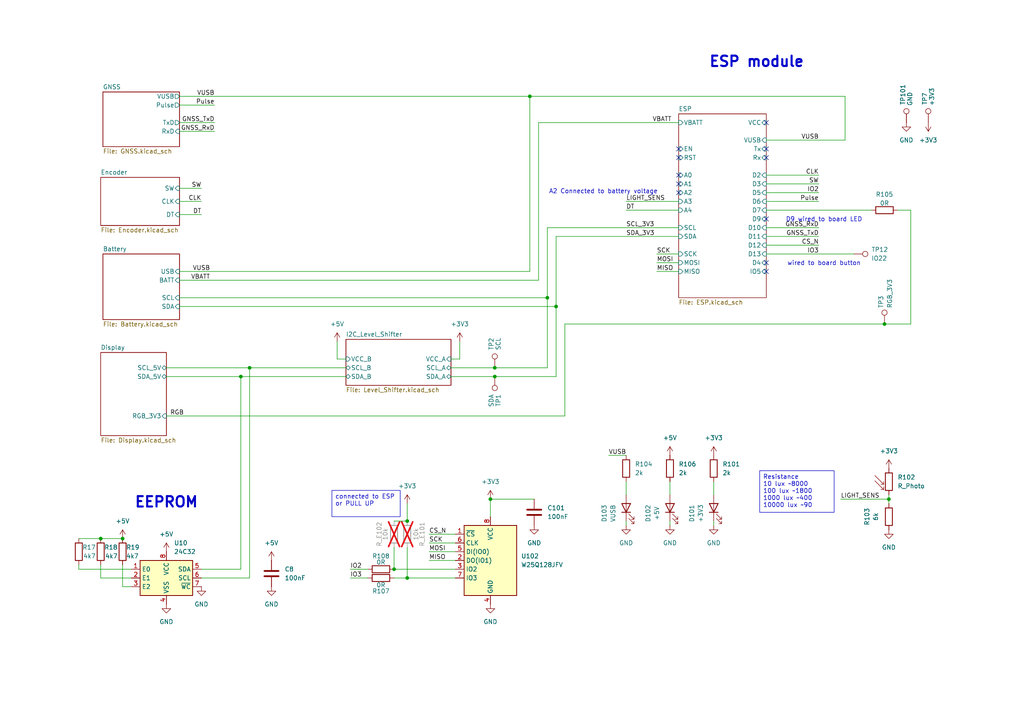
<source format=kicad_sch>
(kicad_sch (version 20231120) (generator "eeschema") (generator_version "8.0")
  (paper "A4")
  (title_block (title "GNSS_Geret") (rev "1"))
  (lib_symbols
    (symbol "Connector:TestPoint" (pin_numbers hide) (pin_names (offset 0.762) hide)
      (property "Reference" "TP" (at 0 6.858 0))
      (property "Value" "TestPoint" (at 0 5.08 0))
      (symbol "TestPoint_0_1"
        (circle (center 0 3.302) (radius 0.762))
      )
      (symbol "TestPoint_1_1"
        (pin passive line (at 0 0 90) (length 2.54) (name "1") (number "1"))
      )
    )
    (symbol "DFR0654:DFR0654" (pin_names (offset 1.016))
      (property "Reference" "U" (at -12.7 26.162 0))
      (property "Value" "DFR0654" (at -12.7 -30.48 0))
      (symbol "DFR0654_0_0"
        (rectangle (start -12.7 -27.94) (end 12.7 25.4) (stroke (width 0.254)) (fill (type background)))
        (pin input line (at -17.78 12.7 0) (length 5.08) (name "RESET") (number "1"))
        (pin bidirectional line (at -17.78 -10.16 0) (length 5.08) (name "SDA") (number "10"))
        (pin bidirectional line (at 17.78 -5.08 180) (length 5.08) (name "D9") (number "11"))
        (pin bidirectional line (at 17.78 -2.54 180) (length 5.08) (name "D7") (number "12"))
        (pin bidirectional line (at 17.78 0 180) (length 5.08) (name "D6") (number "13"))
        (pin bidirectional line (at 17.78 2.54 180) (length 5.08) (name "D5") (number "14"))
        (pin bidirectional line (at 17.78 5.08 180) (length 5.08) (name "D3") (number "15"))
        (pin bidirectional line (at 17.78 7.62 180) (length 5.08) (name "D2") (number "16"))
        (pin output line (at 17.78 15.24 180) (length 5.08) (name "TX") (number "17"))
        (pin input line (at 17.78 12.7 180) (length 5.08) (name "RX") (number "18"))
        (pin bidirectional line (at 17.78 -7.62 180) (length 5.08) (name "D10") (number "19"))
        (pin power_in line (at 17.78 20.32 180) (length 5.08) (name "3.3V") (number "2"))
        (pin bidirectional line (at 17.78 -10.16 180) (length 5.08) (name "D11") (number "20"))
        (pin bidirectional line (at 17.78 -12.7 180) (length 5.08) (name "D12") (number "21"))
        (pin bidirectional line (at 17.78 -15.24 180) (length 5.08) (name "D13") (number "22"))
        (pin input line (at -17.78 7.62 0) (length 5.08) (name "A0") (number "23"))
        (pin input line (at -17.78 5.08 0) (length 5.08) (name "A1") (number "24"))
        (pin input line (at -17.78 2.54 0) (length 5.08) (name "A2") (number "25"))
        (pin input line (at -17.78 0 0) (length 5.08) (name "A3") (number "26"))
        (pin input line (at -17.78 -2.54 0) (length 5.08) (name "A4") (number "27"))
        (pin bidirectional line (at -17.78 -10.16 0) (length 5.08) (name "SDA") (number "28"))
        (pin input clock (at -17.78 -7.62 0) (length 5.08) (name "SCL") (number "29"))
        (pin no_connect line (at 17.78 -20.32 180) (length 5.08) (name "NC") (number "3"))
        (pin power_in line (at 17.78 -22.86 180) (length 5.08) (name "GND") (number "30"))
        (pin power_out line (at 17.78 20.32 180) (length 5.08) (name "3.3V") (number "31"))
        (pin power_out line (at 17.78 22.86 180) (length 5.08) (name "VCC") (number "32"))
        (pin power_in line (at 17.78 -22.86 180) (length 5.08) (name "GND") (number "4"))
        (pin input line (at -17.78 15.24 0) (length 5.08) (name "EN") (number "5"))
        (pin input clock (at -17.78 -15.24 0) (length 5.08) (name "SCK") (number "6"))
        (pin input line (at -17.78 -17.78 0) (length 5.08) (name "MOSI") (number "7"))
        (pin output line (at -17.78 -20.32 0) (length 5.08) (name "MISO") (number "8"))
        (pin input clock (at -17.78 -7.62 0) (length 5.08) (name "SCL") (number "9"))
      )
      (symbol "DFR0654_1_0"
        (pin power_in line (at 17.78 -22.86 180) (length 5.08) (name "GND") (number "34"))
      )
      (symbol "DFR0654_1_1"
        (pin power_in line (at 17.78 17.78 180) (length 5.08) (name "VUSB") (number "33"))
      )
    )
    (symbol "Device:C" (pin_numbers hide) (pin_names (offset 0.254))
      (property "Reference" "C" (at 0.635 2.54 0))
      (property "Value" "C" (at 0.635 -2.54 0))
      (symbol "C_0_1"
        (polyline (pts (xy -2.032 -0.762) (xy 2.032 -0.762)) (stroke (width 0.508)))
        (polyline (pts (xy -2.032 0.762) (xy 2.032 0.762)) (stroke (width 0.508)))
      )
      (symbol "C_1_1"
        (pin passive line (at 0 3.81 270) (length 2.794) (name "~") (number "1"))
        (pin passive line (at 0 -3.81 90) (length 2.794) (name "~") (number "2"))
      )
    )
    (symbol "Device:L" (pin_numbers hide) (pin_names (offset 1.016) hide)
      (property "Reference" "L" (at -1.27 0 90))
      (property "Value" "L" (at 1.905 0 90))
      (symbol "L_0_1"
        (arc (start 0 -2.54) (mid 0.6323 -1.905) (end 0 -1.27))
        (arc (start 0 -1.27) (mid 0.6323 -0.635) (end 0 0))
        (arc (start 0 0) (mid 0.6323 0.635) (end 0 1.27))
        (arc (start 0 1.27) (mid 0.6323 1.905) (end 0 2.54))
      )
      (symbol "L_1_1"
        (pin passive line (at 0 3.81 270) (length 1.27) (name "1") (number "1"))
        (pin passive line (at 0 -3.81 90) (length 1.27) (name "2") (number "2"))
      )
    )
    (symbol "Device:LED" (pin_numbers hide) (pin_names (offset 1.016) hide)
      (property "Reference" "D" (at 0 2.54 0))
      (property "Value" "LED" (at 0 -2.54 0))
      (symbol "LED_0_1"
        (polyline (pts (xy -1.27 -1.27) (xy -1.27 1.27)) (stroke (width 0.254)))
        (polyline (pts (xy -1.27 0) (xy 1.27 0)))
        (polyline (pts (xy 1.27 -1.27) (xy 1.27 1.27) (xy -1.27 0) (xy 1.27 -1.27)) (stroke (width 0.254)))
        (polyline (pts (xy -3.048 -0.762) (xy -4.572 -2.286) (xy -3.81 -2.286) (xy -4.572 -2.286) (xy -4.572 -1.524)))
        (polyline (pts (xy -1.778 -0.762) (xy -3.302 -2.286) (xy -2.54 -2.286) (xy -3.302 -2.286) (xy -3.302 -1.524)))
      )
      (symbol "LED_1_1"
        (pin passive line (at -3.81 0 0) (length 2.54) (name "K") (number "1"))
        (pin passive line (at 3.81 0 180) (length 2.54) (name "A") (number "2"))
      )
    )
    (symbol "Device:R" (pin_numbers hide) (pin_names (offset 0))
      (property "Reference" "R" (at 2.032 0 90))
      (property "Value" "R" (at 0 0 90))
      (symbol "R_0_1"
        (rectangle (start -1.016 -2.54) (end 1.016 2.54) (stroke (width 0.254)))
      )
      (symbol "R_1_1"
        (pin passive line (at 0 3.81 270) (length 1.27) (name "~") (number "1"))
        (pin passive line (at 0 -3.81 90) (length 1.27) (name "~") (number "2"))
      )
    )
    (symbol "Device:R_Photo" (pin_numbers hide) (pin_names (offset 0))
      (property "Reference" "R" (at 1.27 1.27 0))
      (property "Value" "R_Photo" (at 1.27 0 0))
      (symbol "R_Photo_0_1"
        (rectangle (start -1.016 2.54) (end 1.016 -2.54) (stroke (width 0.254)))
        (polyline (pts (xy -1.524 -2.286) (xy -4.064 0.254)))
        (polyline (pts (xy -1.524 -2.286) (xy -2.286 -2.286)))
        (polyline (pts (xy -1.524 -2.286) (xy -1.524 -1.524)))
        (polyline (pts (xy -1.524 -0.762) (xy -4.064 1.778)))
        (polyline (pts (xy -1.524 -0.762) (xy -2.286 -0.762)))
        (polyline (pts (xy -1.524 -0.762) (xy -1.524 0)))
      )
      (symbol "R_Photo_1_1"
        (pin passive line (at 0 3.81 270) (length 1.27) (name "~") (number "1"))
        (pin passive line (at 0 -3.81 90) (length 1.27) (name "~") (number "2"))
      )
    )
    (symbol "Diode:B120-E3" (pin_numbers hide) (pin_names hide)
      (property "Reference" "D" (at 0 2.54 0))
      (property "Value" "B120-E3" (at 0 -2.54 0))
      (symbol "B120-E3_0_1"
        (polyline (pts (xy 1.27 0) (xy -1.27 0)))
        (polyline (pts (xy 1.27 1.27) (xy 1.27 -1.27) (xy -1.27 0) (xy 1.27 1.27)) (stroke (width 0.254)))
        (polyline (pts (xy -1.905 0.635) (xy -1.905 1.27) (xy -1.27 1.27) (xy -1.27 -1.27) (xy -0.635 -1.27) (xy -0.635 -0.635)) (stroke (width 0.254)))
      )
      (symbol "B120-E3_1_1"
        (pin passive line (at -3.81 0 0) (length 2.54) (name "K") (number "1"))
        (pin passive line (at 3.81 0 180) (length 2.54) (name "A") (number "2"))
      )
    )
    (symbol "Memory_EEPROM:M24C01-FMN"
      (property "Reference" "U" (at -6.35 6.35 0))
      (property "Value" "M24C01-FMN" (at 7.62 6.35 0))
      (symbol "M24C01-FMN_0_1"
        (rectangle (start -7.62 5.08) (end 7.62 -5.08) (stroke (width 0.254)) (fill (type background)))
      )
      (symbol "M24C01-FMN_1_1"
        (pin input line (at -10.16 2.54 0) (length 2.54) (name "E0") (number "1"))
        (pin input line (at -10.16 0 0) (length 2.54) (name "E1") (number "2"))
        (pin input line (at -10.16 -2.54 0) (length 2.54) (name "E2") (number "3"))
        (pin power_in line (at 0 -7.62 90) (length 2.54) (name "VSS") (number "4"))
        (pin bidirectional line (at 10.16 2.54 180) (length 2.54) (name "SDA") (number "5"))
        (pin input line (at 10.16 0 180) (length 2.54) (name "SCL") (number "6"))
        (pin input line (at 10.16 -2.54 180) (length 2.54) (name "~{WC}") (number "7"))
        (pin power_in line (at 0 7.62 270) (length 2.54) (name "VCC") (number "8"))
      )
    )
    (symbol "Memory_Flash:W25Q128JVS"
      (property "Reference" "U" (at -8.89 8.89 0))
      (property "Value" "W25Q128JVS" (at 7.62 8.89 0))
      (symbol "W25Q128JVS_0_1"
        (rectangle (start -7.62 10.16) (end 7.62 -10.16) (stroke (width 0.254)) (fill (type background)))
      )
      (symbol "W25Q128JVS_1_1"
        (pin input line (at -10.16 7.62 0) (length 2.54) (name "~{CS}") (number "1"))
        (pin bidirectional line (at -10.16 0 0) (length 2.54) (name "DO(IO1)") (number "2"))
        (pin bidirectional line (at -10.16 -2.54 0) (length 2.54) (name "IO2") (number "3"))
        (pin power_in line (at 0 -12.7 90) (length 2.54) (name "GND") (number "4"))
        (pin bidirectional line (at -10.16 2.54 0) (length 2.54) (name "DI(IO0)") (number "5"))
        (pin input line (at -10.16 5.08 0) (length 2.54) (name "CLK") (number "6"))
        (pin bidirectional line (at -10.16 -5.08 0) (length 2.54) (name "IO3") (number "7"))
        (pin power_in line (at 0 12.7 270) (length 2.54) (name "VCC") (number "8"))
      )
    )
    (symbol "Regulator_Switching:TPS613226ADBV"
      (property "Reference" "U" (at -7.62 6.35 0))
      (property "Value" "TPS613226ADBV" (at 2.54 6.35 0))
      (symbol "TPS613226ADBV_0_1"
        (rectangle (start -7.62 5.08) (end 7.62 -5.08) (stroke (width 0.254)) (fill (type background)))
      )
      (symbol "TPS613226ADBV_1_1"
        (pin power_in line (at -10.16 2.54 0) (length 2.54) (name "SW") (number "1"))
        (pin power_in line (at 0 -7.62 90) (length 2.54) (name "GND") (number "2"))
        (pin no_connect line (at -7.62 -2.54 0) (length 2.54) hide (name "NC") (number "3"))
        (pin power_out line (at 10.16 2.54 180) (length 2.54) (name "VOUT") (number "4"))
        (pin no_connect line (at 7.62 -2.54 180) (length 2.54) hide (name "NC") (number "5"))
      )
    )
    (symbol "power:+3V3" (power) (pin_numbers hide) (pin_names (offset 0) hide)
      (property "Value" "+3V3" (at 0 3.556 0))
      (symbol "+3V3_0_1"
        (polyline (pts (xy -0.762 1.27) (xy 0 2.54)))
        (polyline (pts (xy 0 0) (xy 0 2.54)))
        (polyline (pts (xy 0 2.54) (xy 0.762 1.27)))
      )
      (symbol "+3V3_1_1"
        (pin power_in line (at 0 0 90) (length 0) (name "~") (number "1"))
      )
    )
    (symbol "power:+5V" (power) (pin_numbers hide) (pin_names (offset 0) hide)
      (property "Value" "+5V" (at 0 3.556 0))
      (symbol "+5V_0_1"
        (polyline (pts (xy -0.762 1.27) (xy 0 2.54)))
        (polyline (pts (xy 0 0) (xy 0 2.54)))
        (polyline (pts (xy 0 2.54) (xy 0.762 1.27)))
      )
      (symbol "+5V_1_1"
        (pin power_in line (at 0 0 90) (length 0) (name "~") (number "1"))
      )
    )
    (symbol "power:GND" (power) (pin_numbers hide) (pin_names (offset 0) hide)
      (property "Value" "GND" (at 0 -3.81 0))
      (symbol "GND_0_1"
        (polyline (pts (xy 0 0) (xy 0 -1.27) (xy 1.27 -1.27) (xy 0 -2.54) (xy -1.27 -1.27) (xy 0 -1.27)))
      )
      (symbol "GND_1_1"
        (pin power_in line (at 0 0 270) (length 0) (name "~") (number "1"))
      )
    )
  )
  (junction (at 158.75 86.36))
  (junction (at 118.11 151.13))
  (junction (at 118.11 167.64))
  (junction (at 257.81 144.78))
  (junction (at 153.67 27.94))
  (junction (at 69.85 109.22))
  (junction (at 143.51 109.22))
  (junction (at 29.21 156.21))
  (junction (at 161.29 88.9))
  (junction (at 143.51 106.68))
  (junction (at 256.54 93.98))
  (junction (at 35.56 156.21))
  (junction (at -85.09 179.07))
  (junction (at -50.8 179.07))
  (junction (at 72.39 106.68))
  (junction (at -45.72 179.07))
  (junction (at -39.37 179.07))
  (junction (at -27.94 179.07))
  (junction (at 142.24 144.78))
  (junction (at 114.3 165.1))
  (junction (at -76.2 179.07))
  (no_connect (at 222.25 78.74))
  (no_connect (at 337.82 35.56))
  (no_connect (at 196.85 43.18))
  (no_connect (at 196.85 55.88))
  (no_connect (at 337.82 60.96))
  (no_connect (at 337.82 48.26))
  (no_connect (at 337.82 68.58))
  (no_connect (at 222.25 43.18))
  (no_connect (at 302.26 63.5))
  (no_connect (at 302.26 53.34))
  (no_connect (at 302.26 40.64))
  (no_connect (at 337.82 71.12))
  (no_connect (at 337.82 50.8))
  (no_connect (at 196.85 50.8))
  (no_connect (at 222.25 76.2))
  (no_connect (at 302.26 58.42))
  (no_connect (at 302.26 43.18))
  (no_connect (at 337.82 43.18))
  (no_connect (at 196.85 45.72))
  (no_connect (at 222.25 45.72))
  (no_connect (at 337.82 78.74))
  (no_connect (at 302.26 73.66))
  (no_connect (at 302.26 48.26))
  (no_connect (at 302.26 50.8))
  (no_connect (at 337.82 63.5))
  (no_connect (at 222.25 63.5))
  (no_connect (at 302.26 55.88))
  (no_connect (at 337.82 66.04))
  (no_connect (at 302.26 76.2))
  (no_connect (at 337.82 53.34))
  (no_connect (at 337.82 33.02))
  (no_connect (at 302.26 71.12))
  (no_connect (at 337.82 58.42))
  (no_connect (at 222.25 35.56))
  (no_connect (at 337.82 40.64))
  (no_connect (at 337.82 38.1))
  (no_connect (at 302.26 66.04))
  (no_connect (at 196.85 53.34))
  (no_connect (at 337.82 55.88))
  (wire (pts (xy 58.42 54.61) (xy 52.07 54.61)))
  (wire (pts (xy 142.24 144.78) (xy 154.94 144.78)))
  (wire (pts (xy 52.07 62.23) (xy 58.42 62.23)))
  (wire (pts (xy 181.61 58.42) (xy 196.85 58.42)))
  (wire (pts (xy 190.5 73.66) (xy 196.85 73.66)))
  (wire (pts (xy 62.23 35.56) (xy 52.07 35.56)))
  (wire (pts (xy 264.16 60.96) (xy 260.35 60.96)))
  (wire (pts (xy 48.26 109.22) (xy 69.85 109.22)))
  (wire (pts (xy -50.8 179.07) (xy -50.8 167.64)))
  (wire (pts (xy 222.25 68.58) (xy 237.49 68.58)))
  (wire (pts (xy 118.11 167.64) (xy 132.08 167.64)))
  (wire (pts (xy -45.72 179.07) (xy -39.37 179.07)))
  (wire (pts (xy -50.8 179.07) (xy -53.34 179.07)))
  (wire (pts (xy 35.56 170.18) (xy 35.56 163.83)))
  (wire (pts (xy 29.21 167.64) (xy 29.21 163.83)))
  (wire (pts (xy 243.84 144.78) (xy 257.81 144.78)))
  (wire (pts (xy 114.3 158.75) (xy 114.3 165.1)))
  (wire (pts (xy 181.61 60.96) (xy 196.85 60.96)))
  (wire (pts (xy 222.25 71.12) (xy 237.49 71.12)))
  (wire (pts (xy 176.53 132.08) (xy 181.61 132.08)))
  (wire (pts (xy 114.3 151.13) (xy 118.11 151.13)))
  (wire (pts (xy -31.75 179.07) (xy -27.94 179.07)))
  (wire (pts (xy 69.85 109.22) (xy 100.33 109.22)))
  (wire (pts (xy 52.07 27.94) (xy 153.67 27.94)))
  (wire (pts (xy 48.26 106.68) (xy 72.39 106.68)))
  (wire (pts (xy 194.31 151.13) (xy 194.31 152.4)))
  (wire (pts (xy 158.75 66.04) (xy 158.75 86.36)))
  (wire (pts (xy 222.25 58.42) (xy 237.49 58.42)))
  (wire (pts (xy 207.01 151.13) (xy 207.01 152.4)))
  (wire (pts (xy 245.11 40.64) (xy 245.11 27.94)))
  (wire (pts (xy 156.21 35.56) (xy 196.85 35.56)))
  (wire (pts (xy 52.07 88.9) (xy 161.29 88.9)))
  (wire (pts (xy 72.39 106.68) (xy 72.39 167.64)))
  (wire (pts (xy 143.51 109.22) (xy 161.29 109.22)))
  (wire (pts (xy 257.81 144.78) (xy 257.81 143.51)))
  (wire (pts (xy -85.09 179.07) (xy -83.82 179.07)))
  (wire (pts (xy 158.75 106.68) (xy 158.75 86.36)))
  (wire (pts (xy 130.81 109.22) (xy 143.51 109.22)))
  (wire (pts (xy 257.81 146.05) (xy 257.81 144.78)))
  (wire (pts (xy -50.8 179.07) (xy -45.72 179.07)))
  (wire (pts (xy -76.2 179.07) (xy -73.66 179.07)))
  (wire (pts (xy 72.39 167.64) (xy 58.42 167.64)))
  (wire (pts (xy 69.85 109.22) (xy 69.85 165.1)))
  (wire (pts (xy 124.46 160.02) (xy 132.08 160.02)))
  (wire (pts (xy 264.16 93.98) (xy 256.54 93.98)))
  (wire (pts (xy 22.86 156.21) (xy 29.21 156.21)))
  (wire (pts (xy 181.61 151.13) (xy 181.61 152.4)))
  (wire (pts (xy 222.25 53.34) (xy 237.49 53.34)))
  (wire (pts (xy 48.26 120.65) (xy 163.83 120.65)))
  (wire (pts (xy 38.1 170.18) (xy 35.56 170.18)))
  (wire (pts (xy -87.63 179.07) (xy -85.09 179.07)))
  (wire (pts (xy 38.1 167.64) (xy 29.21 167.64)))
  (wire (pts (xy 118.11 158.75) (xy 118.11 167.64)))
  (wire (pts (xy 163.83 120.65) (xy 163.83 93.98)))
  (wire (pts (xy 222.25 55.88) (xy 237.49 55.88)))
  (wire (pts (xy 181.61 139.7) (xy 181.61 143.51)))
  (wire (pts (xy 161.29 68.58) (xy 161.29 88.9)))
  (wire (pts (xy 222.25 66.04) (xy 237.49 66.04)))
  (wire (pts (xy 222.25 73.66) (xy 247.65 73.66)))
  (wire (pts (xy 124.46 157.48) (xy 132.08 157.48)))
  (wire (pts (xy 69.85 165.1) (xy 58.42 165.1)))
  (wire (pts (xy 133.35 99.06) (xy 133.35 104.14)))
  (wire (pts (xy 101.6 165.1) (xy 106.68 165.1)))
  (wire (pts (xy 38.1 165.1) (xy 22.86 165.1)))
  (wire (pts (xy 264.16 60.96) (xy 264.16 93.98)))
  (wire (pts (xy 161.29 88.9) (xy 161.29 109.22)))
  (wire (pts (xy 72.39 106.68) (xy 100.33 106.68)))
  (wire (pts (xy 153.67 27.94) (xy 153.67 78.74)))
  (wire (pts (xy 52.07 86.36) (xy 158.75 86.36)))
  (wire (pts (xy 142.24 144.78) (xy 142.24 149.86)))
  (wire (pts (xy 143.51 106.68) (xy 158.75 106.68)))
  (wire (pts (xy 153.67 27.94) (xy 245.11 27.94)))
  (wire (pts (xy -27.94 171.45) (xy -27.94 179.07)))
  (wire (pts (xy 222.25 60.96) (xy 252.73 60.96)))
  (wire (pts (xy 97.79 99.06) (xy 97.79 104.14)))
  (wire (pts (xy -59.69 167.64) (xy -50.8 167.64)))
  (wire (pts (xy 101.6 167.64) (xy 106.68 167.64)))
  (wire (pts (xy -76.2 167.64) (xy -76.2 179.07)))
  (wire (pts (xy 114.3 165.1) (xy 132.08 165.1)))
  (wire (pts (xy 190.5 76.2) (xy 196.85 76.2)))
  (wire (pts (xy 52.07 78.74) (xy 153.67 78.74)))
  (wire (pts (xy 118.11 151.13) (xy 118.11 146.05)))
  (wire (pts (xy 161.29 68.58) (xy 196.85 68.58)))
  (wire (pts (xy 156.21 81.28) (xy 156.21 35.56)))
  (wire (pts (xy 130.81 104.14) (xy 133.35 104.14)))
  (wire (pts (xy 190.5 78.74) (xy 196.85 78.74)))
  (wire (pts (xy 22.86 165.1) (xy 22.86 163.83)))
  (wire (pts (xy 222.25 40.64) (xy 245.11 40.64)))
  (wire (pts (xy 124.46 162.56) (xy 132.08 162.56)))
  (wire (pts (xy 163.83 93.98) (xy 256.54 93.98)))
  (wire (pts (xy 194.31 139.7) (xy 194.31 143.51)))
  (wire (pts (xy 52.07 58.42) (xy 58.42 58.42)))
  (wire (pts (xy 52.07 38.1) (xy 62.23 38.1)))
  (wire (pts (xy 124.46 154.94) (xy 132.08 154.94)))
  (wire (pts (xy 52.07 81.28) (xy 156.21 81.28)))
  (wire (pts (xy 35.56 156.21) (xy 29.21 156.21)))
  (wire (pts (xy 222.25 50.8) (xy 237.49 50.8)))
  (wire (pts (xy -87.63 171.45) (xy -87.63 179.07)))
  (wire (pts (xy -67.31 167.64) (xy -76.2 167.64)))
  (wire (pts (xy 62.23 30.48) (xy 52.07 30.48)))
  (wire (pts (xy 158.75 66.04) (xy 196.85 66.04)))
  (wire (pts (xy 130.81 106.68) (xy 143.51 106.68)))
  (wire (pts (xy 207.01 139.7) (xy 207.01 143.51)))
  (wire (pts (xy 97.79 104.14) (xy 100.33 104.14)))
  (wire (pts (xy 114.3 167.64) (xy 118.11 167.64)))
  (rectangle (start -99.06 147.32) (end -17.145 198.755))
  (text_box "connected to ESP or PULL UP" (at 96.266 142.24 0) (size 19.812 7.62) (effects (font (size 1.27 1.27)) (justify left top)))
  (text_box "Obsolete" (at -96.52 151.13 0) (size 24.13 12.065) (effects (font (size 1.27 1.27)) (justify left top)))
  (text_box "step up battery voltage to 5V\n" (at -50.8 156.845 0) (size 26.67 6.35) (effects (font (size 1.27 1.27)) (justify left top)))
  (text_box "Resistance\n10 lux ~8000\n100 lux ~1800\n1000 lux ~400\n10000 lux ~90" (at 220.345 136.525 0) (size 21.59 12.065) (effects (font (size 1.27 1.27)) (justify left top)))
  (text "ESP module" (at 219.456 18.034 0) (effects (font (size 3 3) (bold yes))))
  (text "D9 wired to board LED\n" (at 239.014 63.754 0) (effects (font (size 1.27 1.27))))
  (text "EEPROM" (at 48.26 145.796 0) (effects (font (size 3 3) (bold yes))))
  (text "DC/DC\n" (at -63.5 155.194 0) (effects (font (size 3 3) (thickness 0.6) (bold yes))))
  (text "A2 Connected to battery voltage" (at 175.006 55.626 0) (effects (font (size 1.27 1.27))))
  (text "wired to board button\n" (at 239.014 76.454 0) (effects (font (size 1.27 1.27))))
  (label "IO2" (at 101.6 165.1 0))
  (label "SW" (at 237.49 53.34 180))
  (label "SW" (at 58.42 54.61 180))
  (label "MISO" (at 190.5 78.74 0))
  (label "CLK" (at 237.49 50.8 180))
  (label "VBATT" (at 189.23 35.56 0))
  (label "GNSS_RxD" (at 237.49 66.04 180))
  (label "SCL_3V3" (at 181.61 66.04 0))
  (label "SCK" (at 124.46 157.48 0))
  (label "MOSI" (at 124.46 160.02 0))
  (label "DT" (at 58.42 62.23 180))
  (label "MISO" (at 124.46 162.56 0))
  (label "CLK" (at 58.42 58.42 180))
  (label "IO3" (at 101.6 167.64 0))
  (label "DT" (at 181.61 60.96 0))
  (label "GNSS_TxD" (at 237.49 68.58 180))
  (label "SDA_3V3" (at 181.61 68.58 0))
  (label "CS_N" (at 124.46 154.94 0))
  (label "LIGHT_SENS" (at 181.61 58.42 0))
  (label "GNSS_TxD" (at 62.23 35.56 180))
  (label "SCK" (at 190.5 73.66 0))
  (label "VBATT" (at -87.63 171.45 180))
  (label "VUSB" (at 62.23 27.94 180))
  (label "MOSI" (at 190.5 76.2 0))
  (label "IO2" (at 237.49 55.88 180))
  (label "Pulse" (at 62.23 30.48 180))
  (label "VUSB" (at 237.49 40.64 180))
  (label "VUSB" (at 60.96 78.74 180))
  (label "VBATT" (at 60.96 81.28 180))
  (label "VUSB" (at 176.53 132.08 0))
  (label "GNSS_RxD" (at 62.23 38.1 180))
  (label "RGB" (at 53.34 120.65 180))
  (label "IO3" (at 237.49 73.66 180))
  (label "LIGHT_SENS" (at 243.84 144.78 0))
  (label "CS_N" (at 237.49 71.12 180))
  (label "Pulse" (at 237.49 58.42 180))
  (symbol (lib_id "Memory_EEPROM:M24C01-FMN") (at 48.26 167.64 0) (unit 1)
    (property "Reference" "U10" (at 50.4541 157.48 0) (effects (justify left)))
    (property "Value" "24C32" (at 50.4541 160.02 0) (effects (justify left)))
    (property "Footprint" "Package_SO:SOIC-8_3.9x4.9mm_P1.27mm" (effects (hide yes)))
    (property "Datasheet" "https://cz.mouser.com/datasheet/2/308/1/CAV24C32_D-2310355.pdf" (effects (hide yes)))
    (property "Description" "1Kb (128x8) I2C Serial EEPROM, 1.6-5.5V, SOIC-8" (effects (hide yes)))
  )
  (symbol (lib_id "Device:C") (at -85.09 182.88 0) (unit 1)
    (property "Reference" "C4" (at -81.28 181.6099 0) (effects (justify left)))
    (property "Value" "10uF" (at -81.28 184.1499 0) (effects (justify left)))
    (property "Footprint" "Capacitor_SMD:C_0603_1608Metric_Pad1.08x0.95mm_HandSolder" (effects (hide yes)))
    (property "Description" "Unpolarized capacitor" (effects (hide yes)))
  )
  (symbol (lib_id "power:+3V3") (at 257.81 135.89 0) (unit 1)
    (property "Reference" "#PWR0130" (effects (hide yes)))
    (property "Value" "+3V3" (at 257.81 130.81 0))
    (property "Description" "Power symbol creates a global label with name \"+3V3\"" (effects (hide yes)))
  )
  (symbol (lib_id "Device:R") (at -35.56 179.07 90) (unit 1)
    (property "Reference" "R1" (at -35.56 172.72 90))
    (property "Value" "0R" (at -35.56 175.26 90))
    (property "Footprint" "Resistor_SMD:R_0805_2012Metric_Pad1.20x1.40mm_HandSolder" (effects (hide yes)))
    (property "Description" "Resistor" (effects (hide yes)))
  )
  (symbol (lib_id "Device:R") (at 29.21 160.02 0) (unit 1)
    (property "Reference" "R18" (at 30.226 158.75 0) (effects (justify left)))
    (property "Value" "4k7" (at 30.48 161.29 0) (effects (justify left)))
    (property "Footprint" "Resistor_SMD:R_0603_1608Metric_Pad0.98x0.95mm_HandSolder" (effects (hide yes)))
    (property "Description" "Resistor" (effects (hide yes)))
  )
  (symbol (lib_id "power:+3V3") (at 269.24 35.56 180) (unit 1)
    (property "Reference" "#PWR0127" (effects (hide yes)))
    (property "Value" "+3V3" (at 269.24 40.64 0))
    (property "Description" "Power symbol creates a global label with name \"+3V3\"" (effects (hide yes)))
  )
  (symbol (lib_id "Connector:TestPoint") (at -45.72 179.07 0) (unit 1)
    (property "Reference" "TP5" (at -47.498 171.45 0) (effects (justify left)))
    (property "Value" "+5V" (at -47.498 173.99 0) (effects (justify left)))
    (property "Footprint" "TestPoint:TestPoint_Pad_D1.5mm" (effects (hide yes)))
    (property "Description" "test point" (effects (hide yes)))
  )
  (symbol (lib_id "Connector:TestPoint") (at 143.51 109.22 180) (unit 1)
    (property "Reference" "TP1" (at 144.526 114.3 90) (effects (justify left)))
    (property "Value" "SDA" (at 142.494 114.3 90) (effects (justify left)))
    (property "Footprint" "TestPoint:TestPoint_Pad_D1.5mm" (effects (hide yes)))
    (property "Description" "test point" (effects (hide yes)))
  )
  (symbol (lib_id "Device:R") (at 257.81 149.86 180) (unit 1)
    (property "Reference" "R103" (at 251.46 149.86 90))
    (property "Value" "6k" (at 254 149.86 90))
    (property "Footprint" "Resistor_SMD:R_0603_1608Metric_Pad0.98x0.95mm_HandSolder" (effects (hide yes)))
    (property "Description" "Resistor" (effects (hide yes)))
  )
  (symbol (lib_id "power:GND") (at 207.01 152.4 0) (unit 1)
    (property "Reference" "#PWR0133" (effects (hide yes)))
    (property "Value" "GND" (at 207.01 157.48 0))
    (property "Description" "Power symbol creates a global label with name \"GND\" , ground" (effects (hide yes)))
  )
  (symbol (lib_id "power:GND") (at -27.94 186.69 0) (unit 1)
    (property "Reference" "#PWR0132" (effects (hide yes)))
    (property "Value" "GND" (at -27.94 191.77 0))
    (property "Description" "Power symbol creates a global label with name \"GND\" , ground" (effects (hide yes)))
  )
  (symbol (lib_id "power:+5V") (at 97.79 99.06 0) (unit 1)
    (property "Reference" "#PWR042" (effects (hide yes)))
    (property "Value" "+5V" (at 97.79 93.98 0))
    (property "Description" "Power symbol creates a global label with name \"+5V\"" (effects (hide yes)))
  )
  (symbol (lib_id "Device:R") (at 194.31 135.89 0) (unit 1)
    (property "Reference" "R106" (at 196.85 134.6199 0) (effects (justify left)))
    (property "Value" "2k" (at 196.85 137.1599 0) (effects (justify left)))
    (property "Footprint" "Resistor_SMD:R_0603_1608Metric_Pad0.98x0.95mm_HandSolder" (effects (hide yes)))
    (property "Description" "Resistor" (effects (hide yes)))
  )
  (symbol (lib_id "power:+5V") (at 78.74 162.56 0) (unit 1)
    (property "Reference" "#PWR020" (effects (hide yes)))
    (property "Value" "+5V" (at 78.74 157.48 0))
    (property "Description" "Power symbol creates a global label with name \"+5V\"" (effects (hide yes)))
  )
  (symbol (lib_id "Device:C") (at -39.37 182.88 0) (unit 1)
    (property "Reference" "C6" (at -36.576 181.61 0) (effects (justify left)))
    (property "Value" "10uF" (at -36.576 184.15 0) (effects (justify left)))
    (property "Footprint" "Capacitor_SMD:C_0603_1608Metric_Pad1.08x0.95mm_HandSolder" (effects (hide yes)))
    (property "Description" "Unpolarized capacitor" (effects (hide yes)))
  )
  (symbol (lib_id "Device:R") (at 207.01 135.89 0) (unit 1)
    (property "Reference" "R101" (at 209.55 134.6199 0) (effects (justify left)))
    (property "Value" "2k" (at 209.55 137.1599 0) (effects (justify left)))
    (property "Footprint" "Resistor_SMD:R_0603_1608Metric_Pad0.98x0.95mm_HandSolder" (effects (hide yes)))
    (property "Description" "Resistor" (effects (hide yes)))
  )
  (symbol (lib_id "Device:R") (at 181.61 135.89 0) (unit 1)
    (property "Reference" "R104" (at 184.15 134.6199 0) (effects (justify left)))
    (property "Value" "2k" (at 184.15 137.1599 0) (effects (justify left)))
    (property "Footprint" "Resistor_SMD:R_0603_1608Metric_Pad0.98x0.95mm_HandSolder" (effects (hide yes)))
    (property "Description" "Resistor" (effects (hide yes)))
  )
  (symbol (lib_id "Device:R") (at 118.11 154.94 0) (unit 1) (dnp yes)
    (property "Reference" "R_E101" (at 122.428 154.94 90))
    (property "Value" "10k" (at 120.65 154.94 90))
    (property "Footprint" "Resistor_SMD:R_0603_1608Metric_Pad0.98x0.95mm_HandSolder" (effects (hide yes)))
    (property "Description" "Resistor" (effects (hide yes)))
  )
  (symbol (lib_id "Device:R") (at 35.56 160.02 0) (unit 1)
    (property "Reference" "R19" (at 36.576 158.75 0) (effects (justify left)))
    (property "Value" "4k7" (at 36.576 161.29 0) (effects (justify left)))
    (property "Footprint" "Resistor_SMD:R_0603_1608Metric_Pad0.98x0.95mm_HandSolder" (effects (hide yes)))
    (property "Description" "Resistor" (effects (hide yes)))
  )
  (symbol (lib_id "power:+3V3") (at 207.01 132.08 0) (unit 1)
    (property "Reference" "#PWR0134" (effects (hide yes)))
    (property "Value" "+3V3" (at 207.01 127 0))
    (property "Description" "Power symbol creates a global label with name \"+3V3\"" (effects (hide yes)))
  )
  (symbol (lib_id "Device:C") (at 154.94 148.59 180) (unit 1)
    (property "Reference" "C101" (at 158.75 147.3199 0) (effects (justify right)))
    (property "Value" "100nF" (at 158.75 149.8599 0) (effects (justify right)))
    (property "Footprint" "Capacitor_SMD:C_0805_2012Metric_Pad1.18x1.45mm_HandSolder" (effects (hide yes)))
    (property "Description" "Unpolarized capacitor" (effects (hide yes)))
  )
  (symbol (lib_id "Connector:TestPoint") (at 269.24 35.56 0) (unit 1)
    (property "Reference" "TP7" (at 268.224 30.48 90) (effects (justify left)))
    (property "Value" "+3V3" (at 270.256 30.734 90) (effects (justify left)))
    (property "Footprint" "TestPoint:TestPoint_Pad_D1.5mm" (effects (hide yes)))
    (property "Description" "test point" (effects (hide yes)))
  )
  (symbol (lib_id "Connector:TestPoint") (at 143.51 106.68 0) (unit 1)
    (property "Reference" "TP2" (at 142.494 101.6 90) (effects (justify left)))
    (property "Value" "SCL" (at 144.526 101.6 90) (effects (justify left)))
    (property "Footprint" "TestPoint:TestPoint_Pad_D1.5mm" (effects (hide yes)))
    (property "Description" "test point" (effects (hide yes)))
  )
  (symbol (lib_id "Diode:B120-E3") (at -63.5 167.64 180) (unit 1)
    (property "Reference" "D2" (effects (hide yes)))
    (property "Value" "B120-E3" (at -63.1825 163.83 0))
    (property "Footprint" "Diode_SMD:D_SMA" (effects (hide yes)))
    (property "Datasheet" "http://www.vishay.com/docs/88946/b120.pdf" (effects (hide yes)))
    (property "Description" "20V 1A Schottky Barrier Rectifier Diode, SMA(DO-214AC)" (effects (hide yes)))
  )
  (symbol (lib_id "power:GND") (at -63.5 189.23 0) (unit 1)
    (property "Reference" "#PWR026" (effects (hide yes)))
    (property "Value" "GND" (at -63.5 194.31 0))
    (property "Description" "Power symbol creates a global label with name \"GND\" , ground" (effects (hide yes)))
  )
  (symbol (lib_id "Device:LED") (at 207.01 147.32 90) (unit 1)
    (property "Reference" "D101" (at 200.66 148.9075 0))
    (property "Value" "+3V3" (at 203.2 148.9075 0))
    (property "Footprint" "Diode_SMD:D_0603_1608Metric_Pad1.05x0.95mm_HandSolder" (effects (hide yes)))
    (property "Description" "Light emitting diode" (effects (hide yes)))
  )
  (symbol (lib_id "Device:R") (at 110.49 165.1 90) (unit 1)
    (property "Reference" "R108" (at 110.49 161.29 90))
    (property "Value" "0R" (at 110.49 163.068 90))
    (property "Footprint" "Resistor_SMD:R_0603_1608Metric_Pad0.98x0.95mm_HandSolder" (effects (hide yes)))
    (property "Description" "Resistor" (effects (hide yes)))
  )
  (symbol (lib_id "Connector:TestPoint") (at 262.89 35.56 0) (unit 1)
    (property "Reference" "TP101" (at 261.874 30.48 90) (effects (justify left)))
    (property "Value" "GND" (at 263.906 30.734 90) (effects (justify left)))
    (property "Footprint" "TestPoint:TestPoint_THTPad_D2.5mm_Drill1.2mm" (effects (hide yes)))
    (property "Description" "test point" (effects (hide yes)))
    (property "‘%V’" "GND" (effects (hide yes)))
  )
  (symbol (lib_id "power:GND") (at 194.31 152.4 0) (unit 1)
    (property "Reference" "#PWR0136" (effects (hide yes)))
    (property "Value" "GND" (at 194.31 157.48 0))
    (property "Description" "Power symbol creates a global label with name \"GND\" , ground" (effects (hide yes)))
  )
  (symbol (lib_id "power:GND") (at -39.37 186.69 0) (unit 1)
    (property "Reference" "#PWR025" (effects (hide yes)))
    (property "Value" "GND" (at -39.37 191.77 0))
    (property "Description" "Power symbol creates a global label with name \"GND\" , ground" (effects (hide yes)))
  )
  (symbol (lib_id "power:+3V3") (at 118.11 146.05 0) (unit 1)
    (property "Reference" "#PWR0139" (effects (hide yes)))
    (property "Value" "+3V3" (at 118.11 140.97 0))
    (property "Description" "Power symbol creates a global label with name \"+3V3\"" (effects (hide yes)))
  )
  (symbol (lib_id "Device:C") (at -50.8 182.88 0) (unit 1)
    (property "Reference" "C5" (at -48.006 181.61 0) (effects (justify left)))
    (property "Value" "10uF" (at -48.006 184.15 0) (effects (justify left)))
    (property "Footprint" "Capacitor_SMD:C_0603_1608Metric_Pad1.08x0.95mm_HandSolder" (effects (hide yes)))
    (property "Description" "Unpolarized capacitor" (effects (hide yes)))
  )
  (symbol (lib_id "Connector:TestPoint") (at 256.54 93.98 0) (unit 1)
    (property "Reference" "TP3" (at 255.524 89.408 90) (effects (justify left)))
    (property "Value" "RGB_3V3" (at 258.064 89.408 90) (effects (justify left)))
    (property "Footprint" "TestPoint:TestPoint_Pad_D1.5mm" (effects (hide yes)))
    (property "Description" "test point" (effects (hide yes)))
  )
  (symbol (lib_id "power:+5V") (at 48.26 160.02 0) (unit 1)
    (property "Reference" "#PWR02" (effects (hide yes)))
    (property "Value" "+5V" (at 48.26 154.94 0))
    (property "Description" "Power symbol creates a global label with name \"+5V\"" (effects (hide yes)))
  )
  (symbol (lib_id "power:GND") (at -85.09 186.69 0) (unit 1)
    (property "Reference" "#PWR023" (effects (hide yes)))
    (property "Value" "GND" (at -85.09 191.77 0))
    (property "Description" "Power symbol creates a global label with name \"GND\" , ground" (effects (hide yes)))
  )
  (symbol (lib_id "Regulator_Switching:TPS613226ADBV") (at -63.5 181.61 0) (unit 1)
    (property "Reference" "U2" (at -63.5 171.45 0))
    (property "Value" "TPS613222ADBVR" (at -63.5 173.99 0))
    (property "Footprint" "Package_TO_SOT_SMD:SOT-23-5" (effects (hide yes)))
    (property "Datasheet" "https://www.ti.com/lit/ds/symlink/tps61322.pdf?ts=1722714894282&ref_url=https%253A%252F%252Fwww.mouser.co.uk%252F" (effects (hide yes)))
    (property "Description" "1.2A Step-Up Converter, 3.6V Output Voltage, 0.9-5.5V Input Voltage, SOT-23-5" (effects (hide yes)))
  )
  (symbol (lib_id "Device:LED") (at 194.31 147.32 90) (unit 1)
    (property "Reference" "D102" (at 187.96 148.9075 0))
    (property "Value" "+5V" (at 190.5 148.9075 0))
    (property "Footprint" "Diode_SMD:D_0603_1608Metric_Pad1.05x0.95mm_HandSolder" (effects (hide yes)))
    (property "Description" "Light emitting diode" (effects (hide yes)))
  )
  (symbol (lib_id "power:GND") (at 78.74 170.18 0) (unit 1)
    (property "Reference" "#PWR032" (effects (hide yes)))
    (property "Value" "GND" (at 78.74 175.26 0))
    (property "Description" "Power symbol creates a global label with name \"GND\" , ground" (effects (hide yes)))
  )
  (symbol (lib_id "power:+3V3") (at 133.35 99.06 0) (unit 1)
    (property "Reference" "#PWR034" (effects (hide yes)))
    (property "Value" "+3V3" (at 133.35 93.98 0))
    (property "Description" "Power symbol creates a global label with name \"+3V3\"" (effects (hide yes)))
  )
  (symbol (lib_id "power:+3V3") (at 142.24 144.78 0) (unit 1)
    (property "Reference" "#PWR0137" (effects (hide yes)))
    (property "Value" "+3V3" (at 142.24 139.7 0))
    (property "Description" "Power symbol creates a global label with name \"+3V3\"" (effects (hide yes)))
  )
  (symbol (lib_id "power:GND") (at 58.42 170.18 0) (unit 1)
    (property "Reference" "#PWR055" (effects (hide yes)))
    (property "Value" "GND" (at 58.42 175.26 0))
    (property "Description" "Power symbol creates a global label with name \"GND\" , ground" (effects (hide yes)))
  )
  (symbol (lib_id "power:GND") (at 181.61 152.4 0) (unit 1)
    (property "Reference" "#PWR0140" (effects (hide yes)))
    (property "Value" "GND" (at 181.61 157.48 0))
    (property "Description" "Power symbol creates a global label with name \"GND\" , ground" (effects (hide yes)))
  )
  (symbol (lib_id "power:GND") (at 48.26 175.26 0) (unit 1)
    (property "Reference" "#PWR056" (effects (hide yes)))
    (property "Value" "GND" (at 48.26 180.34 0))
    (property "Description" "Power symbol creates a global label with name \"GND\" , ground" (effects (hide yes)))
  )
  (symbol (lib_id "Device:R") (at 114.3 154.94 180) (unit 1) (dnp yes)
    (property "Reference" "R_E102" (at 109.982 154.94 90))
    (property "Value" "10k" (at 111.76 154.94 90))
    (property "Footprint" "Resistor_SMD:R_0603_1608Metric_Pad0.98x0.95mm_HandSolder" (effects (hide yes)))
    (property "Description" "Resistor" (effects (hide yes)))
  )
  (symbol (lib_id "power:+5V") (at 35.56 156.21 0) (unit 1)
    (property "Reference" "#PWR01" (effects (hide yes)))
    (property "Value" "+5V" (at 35.56 151.13 0))
    (property "Description" "Power symbol creates a global label with name \"+5V\"" (effects (hide yes)))
  )
  (symbol (lib_id "Device:L") (at -80.01 179.07 90) (unit 1)
    (property "Reference" "L1" (at -80.01 173.99 90))
    (property "Value" "2.2 uH" (at -80.01 176.53 90))
    (property "Footprint" "Inductor_SMD:L_1008_2520Metric_Pad1.43x2.20mm_HandSolder" (effects (hide yes)))
    (property "Description" "Inductor" (effects (hide yes)))
  )
  (symbol (lib_id "Device:R") (at 22.86 160.02 0) (unit 1)
    (property "Reference" "R17" (at 23.876 158.75 0) (effects (justify left)))
    (property "Value" "4k7" (at 24.13 161.29 0) (effects (justify left)))
    (property "Footprint" "Resistor_SMD:R_0603_1608Metric_Pad0.98x0.95mm_HandSolder" (effects (hide yes)))
    (property "Description" "Resistor" (effects (hide yes)))
  )
  (symbol (lib_id "power:GND") (at 142.24 175.26 0) (unit 1)
    (property "Reference" "#PWR0138" (effects (hide yes)))
    (property "Value" "GND" (at 142.24 180.34 0))
    (property "Description" "Power symbol creates a global label with name \"GND\" , ground" (effects (hide yes)))
  )
  (symbol (lib_id "Memory_Flash:W25Q128JVS") (at 142.24 162.56 0) (unit 1)
    (property "Reference" "U102" (at 151.13 161.2899 0) (effects (justify left)))
    (property "Value" "W25Q128JFV" (at 151.13 163.8299 0) (effects (justify left)))
    (property "Footprint" "Package_SO:SOIC-8_5.23x5.23mm_P1.27mm" (effects (hide yes)))
    (property "Datasheet" "https://www.winbond.com/hq/product/code-storage-flash-memory/serial-nor-flash/?__locale=en&partNo=W25Q128FV" (effects (hide yes)))
    (property "Description" "128Mb Serial Flash Memory, Standard/Dual/Quad SPI, SOIC-8" (effects (hide yes)))
  )
  (symbol (lib_id "power:GND") (at 257.81 153.67 0) (unit 1)
    (property "Reference" "#PWR0129" (effects (hide yes)))
    (property "Value" "GND" (at 257.81 158.75 0))
    (property "Description" "Power symbol creates a global label with name \"GND\" , ground" (effects (hide yes)))
  )
  (symbol (lib_id "power:GND") (at 262.89 35.56 0) (unit 1)
    (property "Reference" "#PWR0128" (effects (hide yes)))
    (property "Value" "GND" (at 262.89 40.64 0))
    (property "Description" "Power symbol creates a global label with name \"GND\" , ground" (effects (hide yes)))
  )
  (symbol (lib_id "power:GND") (at 154.94 152.4 0) (unit 1)
    (property "Reference" "#PWR0131" (effects (hide yes)))
    (property "Value" "GND" (at 154.94 157.48 0))
    (property "Description" "Power symbol creates a global label with name \"GND\" , ground" (effects (hide yes)))
  )
  (symbol (lib_id "Device:LED") (at 181.61 147.32 90) (unit 1)
    (property "Reference" "D103" (at 175.26 148.9075 0))
    (property "Value" "VUSB" (at 177.8 148.9075 0))
    (property "Footprint" "Diode_SMD:D_0603_1608Metric_Pad1.05x0.95mm_HandSolder" (effects (hide yes)))
    (property "Description" "Light emitting diode" (effects (hide yes)))
  )
  (symbol (lib_id "Device:R_Photo") (at 257.81 139.7 0) (unit 1)
    (property "Reference" "R102" (at 260.35 138.4299 0) (effects (justify left)))
    (property "Value" "R_Photo" (at 260.35 140.9699 0) (effects (justify left)))
    (property "Footprint" "OptoDevice:R_LDR_5.1x4.3mm_P3.4mm_Vertical" (effects (hide yes)))
    (property "Datasheet" "https://cz.mouser.com/ProductDetail/Advanced-Photonix/NSL-A95009?qs=bN4HulGPsrFiPKCG00Gu7g%3D%3D" (effects (hide yes)))
    (property "Description" "Photoresistor" (effects (hide yes)))
  )
  (symbol (lib_id "Device:C") (at -27.94 182.88 0) (unit 1)
    (property "Reference" "C102" (at -25.146 181.61 0) (effects (justify left)))
    (property "Value" "470u" (at -25.146 184.15 0) (effects (justify left)))
    (property "Footprint" "Capacitor_SMD:C_0603_1608Metric_Pad1.08x0.95mm_HandSolder" (effects (hide yes)))
    (property "Description" "Unpolarized capacitor" (effects (hide yes)))
  )
  (symbol (lib_id "Device:R") (at 256.54 60.96 90) (unit 1)
    (property "Reference" "R105" (at 256.54 56.388 90))
    (property "Value" "0R" (at 256.54 58.928 90))
    (property "Footprint" "Resistor_SMD:R_0603_1608Metric_Pad0.98x0.95mm_HandSolder" (effects (hide yes)))
    (property "Description" "Resistor" (effects (hide yes)))
  )
  (symbol (lib_id "Device:C") (at 78.74 166.37 180) (unit 1)
    (property "Reference" "C8" (at 82.55 165.0999 0) (effects (justify right)))
    (property "Value" "100nF" (at 82.55 167.6399 0) (effects (justify right)))
    (property "Footprint" "Capacitor_SMD:C_0805_2012Metric_Pad1.18x1.45mm_HandSolder" (effects (hide yes)))
    (property "Description" "Unpolarized capacitor" (effects (hide yes)))
  )
  (symbol (lib_id "power:+5V") (at -27.94 171.45 0) (unit 1)
    (property "Reference" "#PWR022" (effects (hide yes)))
    (property "Value" "+5V" (at -27.94 166.37 0))
    (property "Description" "Power symbol creates a global label with name \"+5V\"" (effects (hide yes)))
  )
  (symbol (lib_id "power:+5V") (at 194.31 132.08 0) (unit 1)
    (property "Reference" "#PWR0135" (effects (hide yes)))
    (property "Value" "+5V" (at 194.31 127 0))
    (property "Description" "Power symbol creates a global label with name \"+5V\"" (effects (hide yes)))
  )
  (symbol (lib_id "Connector:TestPoint") (at 247.65 73.66 270) (unit 1)
    (property "Reference" "TP12" (at 252.73 72.3899 90) (effects (justify left)))
    (property "Value" "IO22" (at 252.73 74.9299 90) (effects (justify left)))
    (property "Footprint" "TestPoint:TestPoint_Pad_D1.5mm" (effects (hide yes)))
    (property "Description" "test point" (effects (hide yes)))
  )
  (symbol (lib_id "power:GND") (at -50.8 186.69 0) (unit 1)
    (property "Reference" "#PWR024" (effects (hide yes)))
    (property "Value" "GND" (at -50.8 191.77 0))
    (property "Description" "Power symbol creates a global label with name \"GND\" , ground" (effects (hide yes)))
  )
  (symbol (lib_id "Device:R") (at 110.49 167.64 270) (unit 1)
    (property "Reference" "R107" (at 110.49 171.45 90))
    (property "Value" "0R" (at 110.49 169.672 90))
    (property "Footprint" "Resistor_SMD:R_0603_1608Metric_Pad0.98x0.95mm_HandSolder" (effects (hide yes)))
    (property "Description" "Resistor" (effects (hide yes)))
  )
  (symbol (lib_id "DFR0654:DFR0654") (at 320.04 55.88 0) (unit 1) (on_board no) (dnp yes)
    (property "Reference" "U101" (at 320.04 25.4 0))
    (property "Value" "DFR0654" (at 320.04 27.94 0))
    (property "Footprint" "DFR0654:DFR0654_2" (effects (hide yes)))
    (property "Datasheet" "https://wiki.dfrobot.com/FireBeetle_Board_ESP32_E_SKU_DFR0654" (effects (hide yes)))
    (property "Description" "ESP32 ESP32-E Transceiver; 802.11 b/g/n/d/e/i/k/r (Wi-Fi, WiFi, WLAN), Bluetooth® Smart 4.x Low Energy (BLE) 2.4GHz ~ 2.5GHz Evaluation Board" (effects (hide yes)))
    (property "MF" "DFRobot" (effects (hide yes)))
    (property "Package" "None" (effects (hide yes)))
    (property "Price" "None" (effects (hide yes)))
    (property "Check_prices" "https://www.snapeda.com/parts/DFR0654/DFRobot/view-part/?ref=eda" (effects (hide yes)))
    (property "STANDARD" "Manufacturer Recommendations" (effects (hide yes)))
    (property "SnapEDA_Link" "https://www.snapeda.com/parts/DFR0654/DFRobot/view-part/?ref=snap" (effects (hide yes)))
    (property "MP" "DFR0654" (effects (hide yes)))
    (property "Purchase-URL" "https://www.snapeda.com/api/url_track_click_mouser/?unipart_id=6027324&manufacturer=DFRobot&part_name=DFR0654&search_term=None" (effects (hide yes)))
    (property "Availability" "In Stock" (effects (hide yes)))
    (property "MANUFACTURER" "DFRobot" (effects (hide yes)))
    (property "Description_1" "\nESP32 ESP32-E Transceiver; 802.11 b/g/n/d/e/i/k/r (Wi-Fi, WiFi, WLAN), Bluetooth® Smart 4.x Low Energy (BLE) 2.4GHz ~ 2.5GHz Evaluation Board\n" (effects (hide yes)))
  )
  (sheet (at 29.845 73.66) (size 22.225 19.05) (stroke (width 0.1524))
    (property "Sheetname" "Battery" (at 29.845 72.9484 0) (effects (justify left bottom)))
    (property "Sheetfile" "Battery.kicad_sch" (at 29.845 93.2946 0) (effects (justify left top)))
    (pin "USB" input (at 52.07 78.74 0))
    (pin "SCL" input (at 52.07 86.36 0))
    (pin "SDA" input (at 52.07 88.9 0))
    (pin "BATT" input (at 52.07 81.28 0))
  )
  (sheet (at 29.845 26.67) (size 22.225 15.875) (stroke (width 0.1524))
    (property "Sheetname" "GNSS" (at 29.845 25.9584 0) (effects (justify left bottom)))
    (property "Sheetfile" "GNSS.kicad_sch" (at 29.845 43.1296 0) (effects (justify left top)))
    (pin "TxD" output (at 52.07 35.56 0))
    (pin "RxD" input (at 52.07 38.1 0))
    (pin "Pulse" output (at 52.07 30.48 0))
    (pin "VUSB" output (at 52.07 27.94 0))
  )
  (sheet (at 29.21 51.435) (size 22.86 13.97) (stroke (width 0.1524))
    (property "Sheetname" "Encoder" (at 29.21 50.7234 0) (effects (justify left bottom)))
    (property "Sheetfile" "Encoder.kicad_sch" (at 29.21 65.9896 0) (effects (justify left top)))
    (pin "SW" input (at 52.07 54.61 0))
    (pin "CLK" input (at 52.07 58.42 0))
    (pin "DT" input (at 52.07 62.23 0))
  )
  (sheet (at 29.21 102.235) (size 19.05 24.13) (stroke (width 0.1524))
    (property "Sheetname" "Display" (at 29.21 101.5234 0) (effects (justify left bottom)))
    (property "Sheetfile" "Display.kicad_sch" (at 29.21 126.9496 0) (effects (justify left top)))
    (pin "SCL_5V" bidirectional (at 48.26 106.68 0))
    (pin "SDA_5V" bidirectional (at 48.26 109.22 0))
    (pin "RGB_3V3" input (at 48.26 120.65 0))
  )
  (sheet (at 196.85 33.02) (size 25.4 53.34) (stroke (width 0.1524))
    (property "Sheetname" "ESP" (at 196.85 32.3084 0) (effects (justify left bottom)))
    (property "Sheetfile" "ESP.kicad_sch" (at 196.85 86.9446 0) (effects (justify left top)))
    (pin "VCC" input (at 222.25 35.56 0))
    (pin "A0" input (at 196.85 50.8 180))
    (pin "A1" input (at 196.85 53.34 180))
    (pin "EN" input (at 196.85 43.18 180))
    (pin "RST" input (at 196.85 45.72 180))
    (pin "A2" input (at 196.85 55.88 180))
    (pin "A3" input (at 196.85 58.42 180))
    (pin "D4" input (at 222.25 76.2 0))
    (pin "D3" input (at 222.25 53.34 0))
    (pin "D2" input (at 222.25 50.8 0))
    (pin "MOSI" input (at 196.85 76.2 180))
    (pin "SCL" input (at 196.85 66.04 180))
    (pin "MISO" input (at 196.85 78.74 180))
    (pin "SCK" input (at 196.85 73.66 180))
    (pin "D10" input (at 222.25 66.04 0))
    (pin "D11" input (at 222.25 68.58 0))
    (pin "D7" input (at 222.25 60.96 0))
    (pin "D13" input (at 222.25 73.66 0))
    (pin "Rx" input (at 222.25 45.72 0))
    (pin "Tx" input (at 222.25 43.18 0))
    (pin "D9" input (at 222.25 63.5 0))
    (pin "D5" input (at 222.25 55.88 0))
    (pin "D12" input (at 222.25 71.12 0))
    (pin "A4" input (at 196.85 60.96 180))
    (pin "D6" input (at 222.25 58.42 0))
    (pin "SDA" input (at 196.85 68.58 180))
    (pin "VUSB" input (at 222.25 40.64 0))
    (pin "VBATT" input (at 196.85 35.56 180))
    (pin "IO5" input (at 222.25 78.74 0))
  )
  (sheet (at 100.33 98.425) (size 30.48 13.335) (stroke (width 0.1524))
    (property "Sheetname" "I2C_Level_Shifter" (at 100.33 97.7134 0) (effects (justify left bottom)))
    (property "Sheetfile" "Level_Shifter.kicad_sch" (at 100.33 112.3446 0) (effects (justify left top)))
    (pin "SCL_A" bidirectional (at 130.81 106.68 0))
    (pin "SDA_A" bidirectional (at 130.81 109.22 0))
    (pin "VCC_A" input (at 130.81 104.14 0))
    (pin "SCL_B" bidirectional (at 100.33 106.68 180))
    (pin "SDA_B" bidirectional (at 100.33 109.22 180))
    (pin "VCC_B" input (at 100.33 104.14 180))
  )
)
</source>
